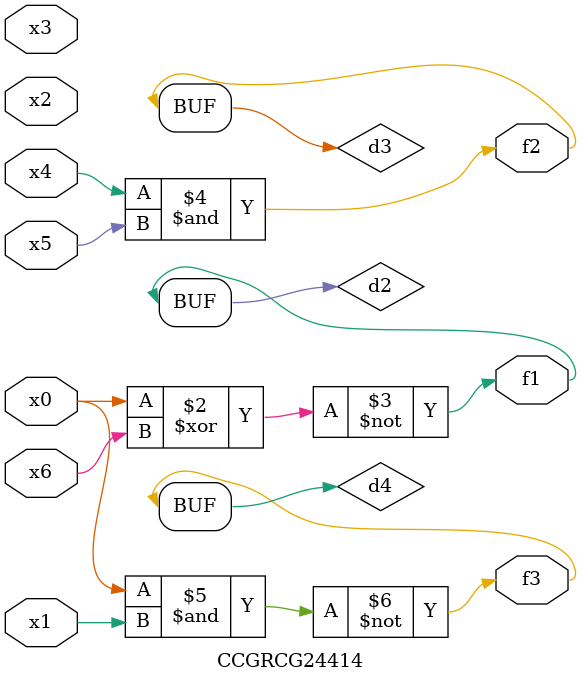
<source format=v>
module CCGRCG24414(
	input x0, x1, x2, x3, x4, x5, x6,
	output f1, f2, f3
);

	wire d1, d2, d3, d4;

	nor (d1, x0);
	xnor (d2, x0, x6);
	and (d3, x4, x5);
	nand (d4, x0, x1);
	assign f1 = d2;
	assign f2 = d3;
	assign f3 = d4;
endmodule

</source>
